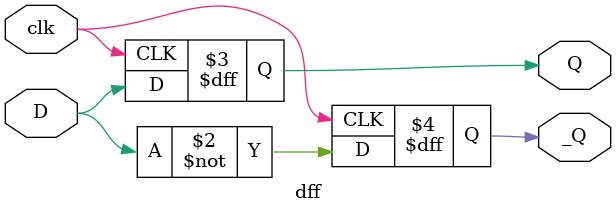
<source format=v>
module counter(
  input clk,
  output reg Q0,
  output reg Q1,
  output reg Q2
);
  wire w1, w2, w3;
  dff dff_inst1(.clk(clk), .D(w1), .Q(Q0), ._Q(w1));
  dff dff_inst2(.clk(w1), .D(w2), .Q(Q1), ._Q(w2));
  dff dff_inst3(.clk(w2), .D(w3), .Q(Q2), ._Q(w3));
endmodule

module dff(
  input clk,
  input D,
  output reg Q,
  output reg _Q
);
  always @(posedge clk) begin
    Q <= D;
    _Q <= ~D; 
  end
endmodule
</source>
